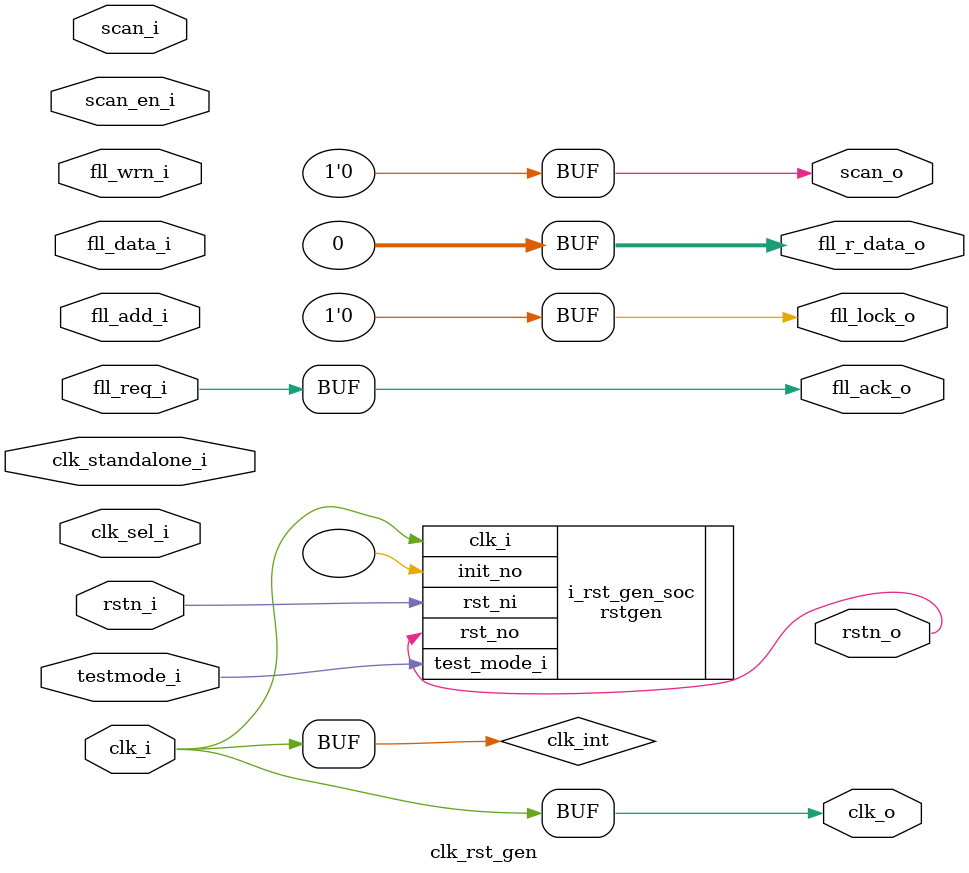
<source format=sv>


module clk_rst_gen
(
    input  logic                            clk_i,
    input  logic                            rstn_i,

    input  logic                            clk_sel_i,
    input  logic                            clk_standalone_i,
    input  logic                            testmode_i,
    input  logic                            scan_en_i,
    input  logic                            scan_i,
    output logic                            scan_o,

    input  logic                            fll_req_i,
    input  logic                            fll_wrn_i,
    input  logic                [1:0]       fll_add_i,
    input  logic               [31:0]       fll_data_i,
    output logic                            fll_ack_o,
    output logic               [31:0]       fll_r_data_o,
    output logic                            fll_lock_o,

    output logic                            clk_o,
    output logic                            rstn_o
);

  logic clk_fll_int;
  logic clk_int;

//  cluster_clock_mux2
//  clk_mux_i
//  (
//      .clk_sel_i ( clk_sel_i     ),
//      .clk0_i    ( clk_i         ),
//      .clk1_i    ( clk_fll_int   ),
//      .clk_o     ( clk_int       )
//  );
  assign clk_int = clk_i;

  //----------------------------------------------------------------------------//
  // FLL
  //----------------------------------------------------------------------------//

`ifdef ASIC
  umcL65_LL_FLL
  fll_i
  (
    .FLLCLK     ( clk_fll_int       ),
    .FLLOE      ( 1'b1              ),
    .REFCLK     ( clk_i             ),
    .LOCK       ( fll_lock_o        ),
    .CFGREQ     ( fll_req_i         ),
    .CFGACK     ( fll_ack_o         ),
    .CFGAD      ( fll_add_i         ),
    .CFGD       ( fll_data_i        ),
    .CFGQ       ( fll_r_data_o      ),
    .CFGWEB     ( fll_wrn_i         ),
    .RSTB       ( rstn_i            ),
    .PWDB       ( clk_sel_i         ),
    .STAB       ( clk_standalone_i  ),
    .TM         ( testmode_i        ),
    .TE         ( scan_en_i         ),
    .TD         ( scan_i            ),
    .TQ         ( scan_o            )
  );
`else
  assign fll_ack_o    = fll_req_i;
  assign fll_r_data_o = 1'b0;
  assign fll_lock_o   = 1'b0;
  assign scan_o       = 1'b0;
`endif

  //----------------------------------------------------------------------------//
  // Reset synchronizer
  //----------------------------------------------------------------------------//
  rstgen i_rst_gen_soc
  (
      // PAD FRAME SIGNALS
      .clk_i               ( clk_int         ),
      .rst_ni              ( rstn_i          ),

      // TEST MODE
      .test_mode_i         ( testmode_i      ),

      // OUTPUT RESET
      .rst_no              ( rstn_o          ),
      .init_no             (                 )
  );


  assign clk_o = clk_int;

endmodule

</source>
